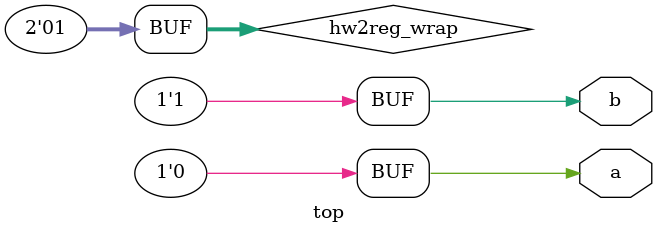
<source format=sv>
/* Generated by Synlig (git sha1 17c698c4d, g++ 12.2.0-14 -fPIC -O3) */

(* top =  1  *)
(* src = "/root/synlig/synlig/tests/simple_tests/AssignmentToConcatenation/top.sv:1.1-13.10" *)
module top(a, b);
  (* src = "/root/synlig/synlig/tests/simple_tests/AssignmentToConcatenation/top.sv:1.25-1.26" *)
  output a;
  wire a;
  (* src = "/root/synlig/synlig/tests/simple_tests/AssignmentToConcatenation/top.sv:1.41-1.42" *)
  output b;
  wire b;
  (* src = "/root/synlig/synlig/tests/simple_tests/AssignmentToConcatenation/top.sv:8.18-8.29" *)
  (* wiretype = "\\hw2reg_wrap_t" *)
  wire [1:0] hw2reg_wrap;
  assign a = 1'h0;
  assign b = 1'h1;
  assign hw2reg_wrap = 2'h1;
endmodule

</source>
